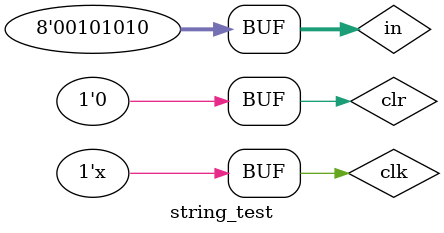
<source format=v>
`timescale 1ns / 1ps


module string_test;

	// Inputs
	reg clk;
	reg clr;
	reg [7:0] in;

	// Outputs
	wire out;

	// Instantiate the Unit Under Test (UUT)
	string uut (
		.clk(clk), 
		.clr(clr), 
		.in(in), 
		.out(out)
	);

	initial begin
		// Initialize Inputs
		clk = 0;
		clr = 0;
		in = 0;

		// Wait 100 ns for global reset to finish
		in="1";
		#10 in="+";
		#10 in="2";
		#10 in="*";
		#10 in="3";
		#30 clr=1'b1;
		#10 clr=1'b0;in="1";
		#10 in="+";
		#10 in="2";
		#10 in="*";
        
		// Add stimulus here

	end
	
	always #5 clk=~clk;
      
endmodule


</source>
